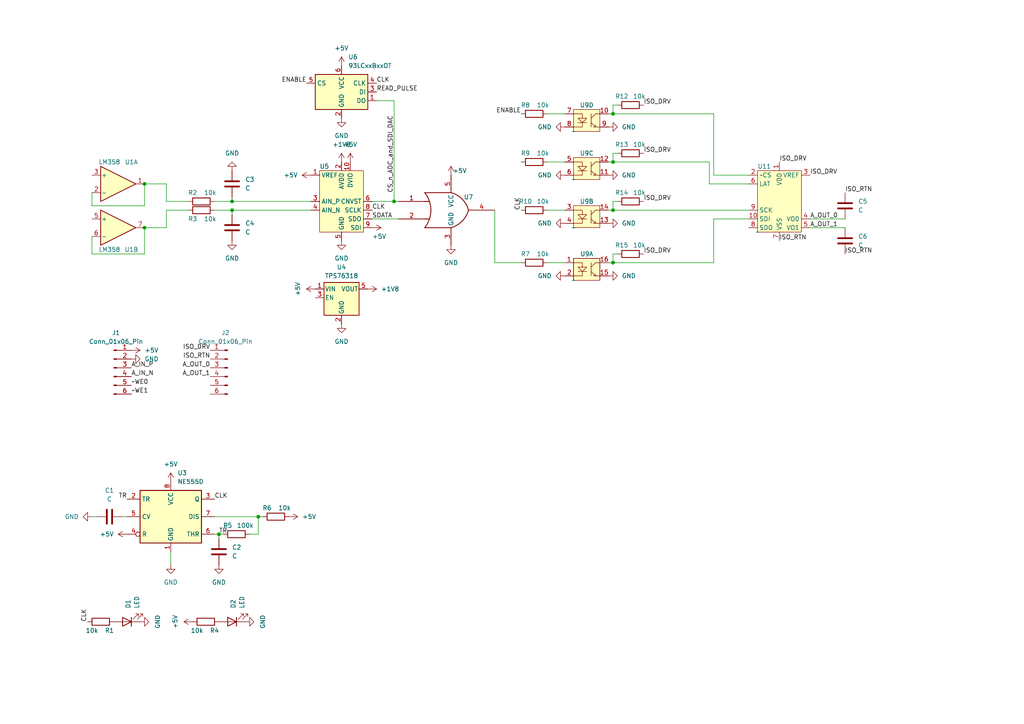
<source format=kicad_sch>
(kicad_sch (version 20230121) (generator eeschema)
  (paper "A4")
  (lib_symbols
    (symbol "74xGxx:74LVC1G32"
      (property "Reference" "U" (at -5.08 7.62 0))
      (property "Value" "74LVC1G32" (at 7.62 -7.62 0))
      (symbol "74LVC1G32_0_1"
        (arc (start -7.62 -5.08) (mid -5.838 0) (end -7.62 5.08) (stroke (width 0.254)))
        (arc (start 0 -5.08) (mid 3.1986 -3.2054) (end 5.08 0) (stroke (width 0.254)))
        (polyline (pts (xy -7.62 -2.54) (xy -6.35 -2.54)) (stroke (width 0.254)) (fill (type background)))
        (polyline (pts (xy -7.62 2.54) (xy -6.35 2.54)) (stroke (width 0.254)) (fill (type background)))
        (polyline (pts (xy 0 -5.08) (xy -7.62 -5.08)) (stroke (width 0.254)) (fill (type background)))
        (polyline (pts (xy 0 5.08) (xy -7.62 5.08)) (stroke (width 0.254)) (fill (type background)))
        (arc (start 5.08 0) (mid 3.2238 3.2304) (end 0 5.08) (stroke (width 0.254)))
      )
      (symbol "74LVC1G32_1_1"
        (pin input line (at -15.24 2.54 0) (length 7.62) (name "~") (number "1"))
        (pin input line (at -15.24 -2.54 0) (length 7.62) (name "~") (number "2"))
        (pin power_in line (at 0 -10.16 90) (length 5.08) (name "GND") (number "3"))
        (pin output line (at 12.7 0 180) (length 7.62) (name "~") (number "4"))
        (pin power_in line (at 0 10.16 270) (length 5.08) (name "VCC") (number "5"))
      )
    )
    (symbol "Amplifier_Operational:LM358" (pin_names (offset 0.127))
      (property "Reference" "U" (at 0 5.08 0))
      (property "Value" "LM358" (at 0 -5.08 0))
      (symbol "LM358_1_1"
        (polyline (pts (xy -5.08 5.08) (xy 5.08 0) (xy -5.08 -5.08) (xy -5.08 5.08)) (stroke (width 0.254)) (fill (type background)))
        (pin output line (at 7.62 0 180) (length 2.54) (name "~") (number "1"))
        (pin input line (at -7.62 -2.54 0) (length 2.54) (name "-") (number "2"))
        (pin input line (at -7.62 2.54 0) (length 2.54) (name "+") (number "3"))
      )
      (symbol "LM358_2_1"
        (polyline (pts (xy -5.08 5.08) (xy 5.08 0) (xy -5.08 -5.08) (xy -5.08 5.08)) (stroke (width 0.254)) (fill (type background)))
        (pin input line (at -7.62 2.54 0) (length 2.54) (name "+") (number "5"))
        (pin input line (at -7.62 -2.54 0) (length 2.54) (name "-") (number "6"))
        (pin output line (at 7.62 0 180) (length 2.54) (name "~") (number "7"))
      )
      (symbol "LM358_3_1"
        (pin power_in line (at -2.54 -7.62 90) (length 3.81) (name "V-") (number "4"))
        (pin power_in line (at -2.54 7.62 270) (length 3.81) (name "V+") (number "8"))
      )
    )
    (symbol "Connector:Conn_01x06_Pin" (pin_names (offset 1.016) hide)
      (property "Reference" "J" (at 0 7.62 0))
      (property "Value" "Conn_01x06_Pin" (at 0 -10.16 0))
      (symbol "Conn_01x06_Pin_1_1"
        (polyline (pts (xy 1.27 -7.62) (xy 0.8636 -7.62)) (stroke (width 0.1524)))
        (polyline (pts (xy 1.27 -5.08) (xy 0.8636 -5.08)) (stroke (width 0.1524)))
        (polyline (pts (xy 1.27 -2.54) (xy 0.8636 -2.54)) (stroke (width 0.1524)))
        (polyline (pts (xy 1.27 0) (xy 0.8636 0)) (stroke (width 0.1524)))
        (polyline (pts (xy 1.27 2.54) (xy 0.8636 2.54)) (stroke (width 0.1524)))
        (polyline (pts (xy 1.27 5.08) (xy 0.8636 5.08)) (stroke (width 0.1524)))
        (rectangle (start 0.8636 -7.493) (end 0 -7.747) (stroke (width 0.1524)) (fill (type outline)))
        (rectangle (start 0.8636 -4.953) (end 0 -5.207) (stroke (width 0.1524)) (fill (type outline)))
        (rectangle (start 0.8636 -2.413) (end 0 -2.667) (stroke (width 0.1524)) (fill (type outline)))
        (rectangle (start 0.8636 0.127) (end 0 -0.127) (stroke (width 0.1524)) (fill (type outline)))
        (rectangle (start 0.8636 2.667) (end 0 2.413) (stroke (width 0.1524)) (fill (type outline)))
        (rectangle (start 0.8636 5.207) (end 0 4.953) (stroke (width 0.1524)) (fill (type outline)))
        (pin passive line (at 5.08 5.08 180) (length 3.81) (name "Pin_1") (number "1"))
        (pin passive line (at 5.08 2.54 180) (length 3.81) (name "Pin_2") (number "2"))
        (pin passive line (at 5.08 0 180) (length 3.81) (name "Pin_3") (number "3"))
        (pin passive line (at 5.08 -2.54 180) (length 3.81) (name "Pin_4") (number "4"))
        (pin passive line (at 5.08 -5.08 180) (length 3.81) (name "Pin_5") (number "5"))
        (pin passive line (at 5.08 -7.62 180) (length 3.81) (name "Pin_6") (number "6"))
      )
    )
    (symbol "Device:C" (pin_numbers hide) (pin_names (offset 0.254))
      (property "Reference" "C" (at 0.635 2.54 0))
      (property "Value" "C" (at 0.635 -2.54 0))
      (symbol "C_0_1"
        (polyline (pts (xy -2.032 -0.762) (xy 2.032 -0.762)) (stroke (width 0.508)))
        (polyline (pts (xy -2.032 0.762) (xy 2.032 0.762)) (stroke (width 0.508)))
      )
      (symbol "C_1_1"
        (pin passive line (at 0 3.81 270) (length 2.794) (name "~") (number "1"))
        (pin passive line (at 0 -3.81 90) (length 2.794) (name "~") (number "2"))
      )
    )
    (symbol "Device:LED" (pin_numbers hide) (pin_names (offset 1.016) hide)
      (property "Reference" "D" (at 0 2.54 0))
      (property "Value" "LED" (at 0 -2.54 0))
      (symbol "LED_0_1"
        (polyline (pts (xy -1.27 -1.27) (xy -1.27 1.27)) (stroke (width 0.254)))
        (polyline (pts (xy -1.27 0) (xy 1.27 0)))
        (polyline (pts (xy 1.27 -1.27) (xy 1.27 1.27) (xy -1.27 0) (xy 1.27 -1.27)) (stroke (width 0.254)))
        (polyline (pts (xy -3.048 -0.762) (xy -4.572 -2.286) (xy -3.81 -2.286) (xy -4.572 -2.286) (xy -4.572 -1.524)))
        (polyline (pts (xy -1.778 -0.762) (xy -3.302 -2.286) (xy -2.54 -2.286) (xy -3.302 -2.286) (xy -3.302 -1.524)))
      )
      (symbol "LED_1_1"
        (pin passive line (at -3.81 0 0) (length 2.54) (name "K") (number "1"))
        (pin passive line (at 3.81 0 180) (length 2.54) (name "A") (number "2"))
      )
    )
    (symbol "Device:R" (pin_numbers hide) (pin_names (offset 0))
      (property "Reference" "R" (at 2.032 0 90))
      (property "Value" "R" (at 0 0 90))
      (symbol "R_0_1"
        (rectangle (start -1.016 -2.54) (end 1.016 2.54) (stroke (width 0.254)))
      )
      (symbol "R_1_1"
        (pin passive line (at 0 3.81 270) (length 1.27) (name "~") (number "1"))
        (pin passive line (at 0 -3.81 90) (length 1.27) (name "~") (number "2"))
      )
    )
    (symbol "Memory_EEPROM:93LCxxBxxOT"
      (property "Reference" "U" (at -6.35 6.35 0))
      (property "Value" "93LCxxBxxOT" (at 7.62 -6.35 0))
      (symbol "93LCxxBxxOT_0_1"
        (rectangle (start -7.62 5.08) (end 7.62 -5.08) (stroke (width 0.254)) (fill (type background)))
      )
      (symbol "93LCxxBxxOT_1_1"
        (pin tri_state line (at 10.16 -2.54 180) (length 2.54) (name "DO") (number "1"))
        (pin power_in line (at 0 -7.62 90) (length 2.54) (name "GND") (number "2"))
        (pin input line (at 10.16 0 180) (length 2.54) (name "DI") (number "3"))
        (pin input line (at 10.16 2.54 180) (length 2.54) (name "CLK") (number "4"))
        (pin input line (at -10.16 2.54 0) (length 2.54) (name "CS") (number "5"))
        (pin power_in line (at 0 7.62 270) (length 2.54) (name "VCC") (number "6"))
      )
    )
    (symbol "Regulator_Linear:TPS76318" (pin_names (offset 0.254))
      (property "Reference" "U" (at -3.81 5.715 0))
      (property "Value" "TPS76318" (at 0 5.715 0))
      (symbol "TPS76318_0_1"
        (rectangle (start -5.08 4.445) (end 5.08 -5.08) (stroke (width 0.254)) (fill (type background)))
      )
      (symbol "TPS76318_1_1"
        (pin power_in line (at -7.62 2.54 0) (length 2.54) (name "VIN") (number "1"))
        (pin power_in line (at 0 -7.62 90) (length 2.54) (name "GND") (number "2"))
        (pin input line (at -7.62 0 0) (length 2.54) (name "EN") (number "3"))
        (pin no_connect line (at 5.08 0 180) (length 2.54) hide (name "NC") (number "4"))
        (pin power_out line (at 7.62 2.54 180) (length 2.54) (name "VOUT") (number "5"))
      )
    )
    (symbol "Timer:NE555D"
      (property "Reference" "U" (at -10.16 8.89 0))
      (property "Value" "NE555D" (at 2.54 8.89 0))
      (symbol "NE555D_0_0"
        (pin power_in line (at 0 -10.16 90) (length 2.54) (name "GND") (number "1"))
        (pin power_in line (at 0 10.16 270) (length 2.54) (name "VCC") (number "8"))
      )
      (symbol "NE555D_0_1"
        (rectangle (start -8.89 -7.62) (end 8.89 7.62) (stroke (width 0.254)) (fill (type background)))
        (rectangle (start -8.89 -7.62) (end 8.89 7.62) (stroke (width 0.254)) (fill (type background)))
      )
      (symbol "NE555D_1_1"
        (pin input line (at -12.7 5.08 0) (length 3.81) (name "TR") (number "2"))
        (pin output line (at 12.7 5.08 180) (length 3.81) (name "Q") (number "3"))
        (pin input inverted (at -12.7 -5.08 0) (length 3.81) (name "R") (number "4"))
        (pin input line (at -12.7 0 0) (length 3.81) (name "CV") (number "5"))
        (pin input line (at 12.7 -5.08 180) (length 3.81) (name "THR") (number "6"))
        (pin input line (at 12.7 0 180) (length 3.81) (name "DIS") (number "7"))
      )
    )
    (symbol "my parts:MCP33141D"
      (property "Reference" "U" (at 0 0 0))
      (property "Value" "MCP33141D" (at 0 0 0))
      (symbol "MCP33141D_1_1"
        (rectangle (start 0 17.78) (end 12.7 0) (fill (type background)))
        (pin bidirectional line (at -2.54 16.51 0) (length 2.54) (name "VREF") (number "1"))
        (pin bidirectional line (at 8.89 20.32 270) (length 2.54) (name "DVIO") (number "10"))
        (pin bidirectional line (at 6.35 20.32 270) (length 2.54) (name "AVDD") (number "2"))
        (pin bidirectional line (at -2.54 8.89 0) (length 2.54) (name "AIN_P") (number "3"))
        (pin bidirectional line (at -2.54 6.35 0) (length 2.54) (name "AIN_N") (number "4"))
        (pin bidirectional line (at 6.35 -2.54 90) (length 2.54) (name "GND") (number "5"))
        (pin bidirectional line (at 15.24 8.89 180) (length 2.54) (name "CNVST") (number "6"))
        (pin bidirectional line (at 15.24 3.81 180) (length 2.54) (name "SDO") (number "7"))
        (pin bidirectional line (at 15.24 6.35 180) (length 2.54) (name "SCLK") (number "8"))
        (pin bidirectional line (at 15.24 1.27 180) (length 2.54) (name "SDI") (number "9"))
      )
    )
    (symbol "my parts:MCP48FEB02"
      (property "Reference" "U" (at 0 0 0))
      (symbol "MCP48FEB02_1_1"
        (rectangle (start 0 17.78) (end 12.7 0) (fill (type background)))
        (pin bidirectional line (at 6.35 20.32 270) (length 2.54) (name "VDD") (number "1"))
        (pin bidirectional line (at -2.54 3.81 0) (length 2.54) (name "SDI") (number "10"))
        (pin bidirectional line (at -2.54 16.51 0) (length 2.54) (name "~CS") (number "2"))
        (pin bidirectional line (at 15.24 16.51 180) (length 2.54) (name "VREF") (number "3"))
        (pin bidirectional line (at 15.24 3.81 180) (length 2.54) (name "VO0") (number "4"))
        (pin bidirectional line (at 15.24 1.27 180) (length 2.54) (name "VO1") (number "5"))
        (pin bidirectional line (at -2.54 13.97 0) (length 2.54) (name "LAT") (number "6"))
        (pin bidirectional line (at 6.35 -2.54 90) (length 2.54) (name "VSS") (number "7"))
        (pin bidirectional line (at -2.54 1.27 0) (length 2.54) (name "SDO") (number "8"))
        (pin bidirectional line (at -2.54 6.35 0) (length 2.54) (name "SCK") (number "9"))
      )
    )
    (symbol "my parts:PS2811-4"
      (property "Reference" "U" (at 1.27 7.62 0))
      (symbol "PS2811-4_0_1"
        (polyline (pts (xy 1.27 2.54) (xy 3.81 2.54)))
        (polyline (pts (xy 5.08 2.54) (xy 6.35 1.27)))
        (polyline (pts (xy 5.08 5.08) (xy 5.08 1.27)))
        (polyline (pts (xy 6.35 1.27) (xy 5.715 1.27)))
        (polyline (pts (xy 6.35 1.27) (xy 6.35 1.905)))
        (polyline (pts (xy 6.35 1.27) (xy 7.62 1.27)))
        (polyline (pts (xy 6.35 5.08) (xy 5.08 3.81)))
        (polyline (pts (xy 6.35 5.08) (xy 7.62 5.08)))
        (polyline (pts (xy 0 1.27) (xy 2.54 1.27) (xy 2.54 2.54)))
        (polyline (pts (xy 2.54 3.81) (xy 2.54 5.08) (xy 0 5.08)))
        (polyline (pts (xy 2.54 2.54) (xy 1.27 3.81) (xy 3.81 3.81) (xy 2.54 2.54)))
        (rectangle (start 0 6.35) (end 7.62 0) (fill (type background)))
      )
      (symbol "PS2811-4_1_1"
        (rectangle (start 0 6.35) (end 7.62 0))
        (pin bidirectional line (at -2.54 5.08 0) (length 2.54) (name "") (number "1"))
        (pin bidirectional line (at 10.16 1.27 180) (length 2.54) (name "") (number "15"))
        (pin bidirectional line (at 10.16 5.08 180) (length 2.54) (name "") (number "16"))
        (pin bidirectional line (at -2.54 1.27 0) (length 2.54) (name "") (number "2"))
      )
      (symbol "PS2811-4_2_1"
        (pin bidirectional line (at 10.16 1.27 180) (length 2.54) (name "") (number "13"))
        (pin bidirectional line (at 10.16 5.08 180) (length 2.54) (name "") (number "14"))
        (pin bidirectional line (at -2.54 5.08 0) (length 2.54) (name "") (number "3"))
        (pin bidirectional line (at -2.54 1.27 0) (length 2.54) (name "") (number "4"))
      )
      (symbol "PS2811-4_3_1"
        (pin bidirectional line (at 10.16 1.27 180) (length 2.54) (name "") (number "11"))
        (pin bidirectional line (at 10.16 5.08 180) (length 2.54) (name "") (number "12"))
        (pin bidirectional line (at -2.54 5.08 0) (length 2.54) (name "") (number "5"))
        (pin bidirectional line (at -2.54 1.27 0) (length 2.54) (name "") (number "6"))
      )
      (symbol "PS2811-4_4_1"
        (pin bidirectional line (at 10.16 5.08 180) (length 2.54) (name "") (number "10"))
        (pin bidirectional line (at -2.54 5.08 0) (length 2.54) (name "") (number "7"))
        (pin bidirectional line (at -2.54 1.27 0) (length 2.54) (name "") (number "8"))
        (pin bidirectional line (at 10.16 1.27 180) (length 2.54) (name "") (number "9"))
      )
    )
    (symbol "power:+1V8" (power) (pin_names (offset 0))
      (property "Value" "+1V8" (at 0 3.556 0))
      (symbol "+1V8_0_1"
        (polyline (pts (xy -0.762 1.27) (xy 0 2.54)))
        (polyline (pts (xy 0 0) (xy 0 2.54)))
        (polyline (pts (xy 0 2.54) (xy 0.762 1.27)))
      )
      (symbol "+1V8_1_1"
        (pin power_in line (at 0 0 90) (length 0) hide (name "+1V8") (number "1"))
      )
    )
    (symbol "power:+5V" (power) (pin_names (offset 0))
      (property "Value" "+5V" (at 0 3.556 0))
      (symbol "+5V_0_1"
        (polyline (pts (xy -0.762 1.27) (xy 0 2.54)))
        (polyline (pts (xy 0 0) (xy 0 2.54)))
        (polyline (pts (xy 0 2.54) (xy 0.762 1.27)))
      )
      (symbol "+5V_1_1"
        (pin power_in line (at 0 0 90) (length 0) hide (name "+5V") (number "1"))
      )
    )
    (symbol "power:GND" (power) (pin_names (offset 0))
      (property "Value" "GND" (at 0 -3.81 0))
      (symbol "GND_0_1"
        (polyline (pts (xy 0 0) (xy 0 -1.27) (xy 1.27 -1.27) (xy 0 -2.54) (xy -1.27 -1.27) (xy 0 -1.27)))
      )
      (symbol "GND_1_1"
        (pin power_in line (at 0 0 270) (length 0) hide (name "GND") (number "1"))
      )
    )
  )
  (junction (at 177.8 46.99))
  (junction (at 177.8 60.96))
  (junction (at 114.3 58.42))
  (junction (at 41.91 66.04))
  (junction (at 67.31 58.42))
  (junction (at 74.93 149.86))
  (junction (at 63.5 154.94))
  (junction (at 67.31 60.96))
  (junction (at 177.8 76.2))
  (junction (at 41.91 53.34))
  (junction (at 177.8 33.02))
  (wire (pts (xy 217.17 50.8) (xy 207.01 50.8)))
  (wire (pts (xy 62.23 60.96) (xy 67.31 60.96)))
  (wire (pts (xy 35.56 149.86) (xy 36.83 149.86)))
  (wire (pts (xy 26.67 68.58) (xy 26.67 73.66)))
  (wire (pts (xy 177.8 60.96) (xy 217.17 60.96)))
  (wire (pts (xy 62.23 58.42) (xy 67.31 58.42)))
  (wire (pts (xy 176.53 76.2) (xy 177.8 76.2)))
  (wire (pts (xy 63.5 154.94) (xy 62.23 154.94)))
  (wire (pts (xy 27.94 149.86) (xy 26.67 149.86)))
  (wire (pts (xy 48.26 58.42) (xy 54.61 58.42)))
  (wire (pts (xy 179.07 30.48) (xy 177.8 30.48)))
  (wire (pts (xy 48.26 66.04) (xy 48.26 60.96)))
  (wire (pts (xy 177.8 76.2) (xy 207.01 76.2)))
  (wire (pts (xy 177.8 30.48) (xy 177.8 33.02)))
  (wire (pts (xy 143.51 60.96) (xy 143.51 76.2)))
  (wire (pts (xy 62.23 149.86) (xy 74.93 149.86)))
  (wire (pts (xy 158.75 60.96) (xy 163.83 60.96)))
  (wire (pts (xy 41.91 66.04) (xy 48.26 66.04)))
  (wire (pts (xy 151.13 76.2) (xy 143.51 76.2)))
  (wire (pts (xy 26.67 59.69) (xy 41.91 59.69)))
  (wire (pts (xy 177.8 73.66) (xy 177.8 76.2)))
  (wire (pts (xy 74.93 154.94) (xy 72.39 154.94)))
  (wire (pts (xy 114.3 29.21) (xy 114.3 58.42)))
  (wire (pts (xy 179.07 73.66) (xy 177.8 73.66)))
  (wire (pts (xy 234.95 63.5) (xy 245.11 63.5)))
  (wire (pts (xy 74.93 149.86) (xy 76.2 149.86)))
  (wire (pts (xy 176.53 60.96) (xy 177.8 60.96)))
  (wire (pts (xy 48.26 53.34) (xy 48.26 58.42)))
  (wire (pts (xy 109.22 29.21) (xy 114.3 29.21)))
  (wire (pts (xy 177.8 46.99) (xy 205.74 46.99)))
  (wire (pts (xy 49.53 163.83) (xy 49.53 160.02)))
  (wire (pts (xy 176.53 46.99) (xy 177.8 46.99)))
  (wire (pts (xy 114.3 58.42) (xy 115.57 58.42)))
  (wire (pts (xy 158.75 76.2) (xy 163.83 76.2)))
  (wire (pts (xy 41.91 73.66) (xy 41.91 66.04)))
  (wire (pts (xy 67.31 60.96) (xy 67.31 62.23)))
  (wire (pts (xy 205.74 53.34) (xy 205.74 46.99)))
  (wire (pts (xy 74.93 149.86) (xy 74.93 154.94)))
  (wire (pts (xy 26.67 73.66) (xy 41.91 73.66)))
  (wire (pts (xy 158.75 46.99) (xy 163.83 46.99)))
  (wire (pts (xy 177.8 58.42) (xy 177.8 60.96)))
  (wire (pts (xy 67.31 58.42) (xy 90.17 58.42)))
  (wire (pts (xy 41.91 59.69) (xy 41.91 53.34)))
  (wire (pts (xy 234.95 66.04) (xy 245.11 66.04)))
  (wire (pts (xy 177.8 33.02) (xy 207.01 33.02)))
  (wire (pts (xy 207.01 50.8) (xy 207.01 33.02)))
  (wire (pts (xy 179.07 44.45) (xy 177.8 44.45)))
  (wire (pts (xy 107.95 63.5) (xy 115.57 63.5)))
  (wire (pts (xy 176.53 33.02) (xy 177.8 33.02)))
  (wire (pts (xy 48.26 60.96) (xy 54.61 60.96)))
  (wire (pts (xy 26.67 55.88) (xy 26.67 59.69)))
  (wire (pts (xy 67.31 60.96) (xy 90.17 60.96)))
  (wire (pts (xy 217.17 53.34) (xy 205.74 53.34)))
  (wire (pts (xy 107.95 58.42) (xy 114.3 58.42)))
  (wire (pts (xy 217.17 63.5) (xy 207.01 63.5)))
  (wire (pts (xy 67.31 57.15) (xy 67.31 58.42)))
  (wire (pts (xy 177.8 44.45) (xy 177.8 46.99)))
  (wire (pts (xy 207.01 63.5) (xy 207.01 76.2)))
  (wire (pts (xy 158.75 33.02) (xy 163.83 33.02)))
  (wire (pts (xy 179.07 58.42) (xy 177.8 58.42)))
  (wire (pts (xy 41.91 53.34) (xy 48.26 53.34)))
  (wire (pts (xy 63.5 154.94) (xy 63.5 156.21)))
  (wire (pts (xy 64.77 154.94) (xy 63.5 154.94)))
  (label "A_IN_N" (at 38.1 109.22 0))
  (label "CS_n_ADC_and_SDI_DAC" (at 114.3 55.88 90))
  (label "CLK" (at 62.23 144.78 0))
  (label "TR" (at 63.5 154.94 0))
  (label "CLK" (at 151.13 60.96 90))
  (label "A_OUT_0" (at 60.96 106.68 180))
  (label "ISO_DRV" (at 186.69 58.42 0))
  (label "A_OUT_0" (at 234.95 63.5 0))
  (label "A_OUT_1" (at 60.96 109.22 180))
  (label "CLK" (at 25.4 180.34 90))
  (label "ISO_RTN" (at 245.11 73.66 0))
  (label "ISO_RTN" (at 60.96 104.14 180))
  (label "ISO_DRV" (at 186.69 30.48 0))
  (label "A_OUT_1" (at 234.95 66.04 0))
  (label "TR" (at 36.83 144.78 180))
  (label "SDATA" (at 107.95 63.5 0))
  (label "A_IN_P" (at 38.1 106.68 0))
  (label "ISO_DRV" (at 234.95 50.8 0))
  (label "ISO_DRV" (at 60.96 101.6 180))
  (label "ISO_DRV" (at 186.69 44.45 0))
  (label "ISO_DRV" (at 226.06 46.99 0))
  (label "CLK" (at 109.22 24.13 0))
  (label "READ_PULSE" (at 109.22 26.67 0))
  (label "ISO_RTN" (at 245.11 55.88 0))
  (label "ENABLE" (at 88.9 24.13 180))
  (label "ISO_DRV" (at 186.69 73.66 0))
  (label "CLK" (at 107.95 60.96 0))
  (label "ENABLE" (at 151.13 33.02 180))
  (label "ISO_RTN" (at 226.06 69.85 0))
  (label "~WE0" (at 38.1 111.76 0))
  (label "~WE1" (at 38.1 114.3 0))
  (symbol (lib_id "power:GND") (at 40.64 180.34 90) (unit 1)
    (property "Reference" "#PWR03" (effects hide))
    (property "Value" "GND" (at 45.72 180.34 0))
  )
  (symbol (lib_id "my parts:PS2811-4") (at 166.37 66.04 0) (unit 2)
    (property "Reference" "U9" (at 170.18 58.42 0))
    (property "Value" "~" (at 166.37 66.04 0))
    (property "Footprint" "Package_SO:SOIC-16_4.55x10.3mm_P1.27mm" (effects hide))
  )
  (symbol (lib_id "Device:C") (at 245.11 59.69 180) (unit 1)
    (property "Reference" "C5" (at 248.92 58.42 0) (effects (justify right)))
    (property "Value" "C" (at 248.92 60.96 0) (effects (justify right)))
    (property "Footprint" "Capacitor_SMD:C_0603_1608Metric_Pad1.08x0.95mm_HandSolder" (effects hide))
  )
  (symbol (lib_id "power:GND") (at 176.53 80.01 90) (unit 1)
    (property "Reference" "#PWR043" (effects hide))
    (property "Value" "GND" (at 180.34 80.01 90) (effects (justify right)))
  )
  (symbol (lib_id "power:+5V") (at 83.82 149.86 270) (unit 1)
    (property "Reference" "#PWR011" (effects hide))
    (property "Value" "+5V" (at 87.63 149.86 90) (effects (justify left)))
  )
  (symbol (lib_id "power:+5V") (at 101.6 46.99 0) (unit 1)
    (property "Reference" "#PWR018" (effects hide))
    (property "Value" "+5V" (at 101.6 41.91 0))
  )
  (symbol (lib_id "power:+1V8") (at 99.06 46.99 0) (unit 1)
    (property "Reference" "#PWR015" (effects hide))
    (property "Value" "+1V8" (at 99.06 41.91 0))
  )
  (symbol (lib_id "Device:R") (at 154.94 46.99 90) (unit 1)
    (property "Reference" "R9" (at 152.4 44.45 90))
    (property "Value" "10k" (at 157.48 44.45 90))
    (property "Footprint" "Resistor_SMD:R_0603_1608Metric_Pad0.98x0.95mm_HandSolder" (effects hide))
  )
  (symbol (lib_id "Device:C") (at 63.5 160.02 0) (unit 1)
    (property "Reference" "C2" (at 67.31 158.75 0) (effects (justify left)))
    (property "Value" "C" (at 67.31 161.29 0) (effects (justify left)))
    (property "Footprint" "Capacitor_SMD:C_0603_1608Metric_Pad1.08x0.95mm_HandSolder" (effects hide))
  )
  (symbol (lib_id "74xGxx:74LVC1G32") (at 130.81 60.96 0) (unit 1)
    (property "Reference" "U7" (at 135.89 57.15 0))
    (property "Value" "74LVC1G32" (effects hide))
    (property "Footprint" "Package_TO_SOT_SMD:SOT-23-5_HandSoldering" (effects hide))
    (property "Datasheet" "http://www.ti.com/lit/sg/scyt129e/scyt129e.pdf" (effects hide))
  )
  (symbol (lib_id "my parts:PS2811-4") (at 166.37 52.07 0) (unit 3)
    (property "Reference" "U9" (at 170.18 44.45 0))
    (property "Value" "~" (at 166.37 52.07 0))
    (property "Footprint" "Package_SO:SOIC-16_4.55x10.3mm_P1.27mm" (effects hide))
  )
  (symbol (lib_id "power:GND") (at 71.12 180.34 90) (unit 1)
    (property "Reference" "#PWR010" (effects hide))
    (property "Value" "GND" (at 76.2 180.34 0))
  )
  (symbol (lib_id "power:GND") (at 176.53 64.77 90) (unit 1)
    (property "Reference" "#PWR042" (effects hide))
    (property "Value" "GND" (at 180.34 64.77 90) (effects (justify right)))
  )
  (symbol (lib_id "Device:C") (at 67.31 66.04 180) (unit 1)
    (property "Reference" "C4" (at 71.12 64.77 0) (effects (justify right)))
    (property "Value" "C" (at 71.12 67.31 0) (effects (justify right)))
    (property "Footprint" "Capacitor_SMD:C_0603_1608Metric_Pad1.08x0.95mm_HandSolder" (effects hide))
  )
  (symbol (lib_id "Regulator_Linear:TPS76318") (at 99.06 86.36 0) (unit 1)
    (property "Reference" "U4" (at 99.06 77.47 0))
    (property "Value" "TPS76318" (at 99.06 80.01 0))
    (property "Footprint" "Package_TO_SOT_SMD:SOT-23-5" (effects hide))
    (property "Datasheet" "http://www.ti.com/lit/ds/symlink/tps763.pdf" (effects hide))
  )
  (symbol (lib_id "Amplifier_Operational:LM358") (at 34.29 66.04 0) (unit 2)
    (property "Reference" "U1" (at 38.1 72.39 0))
    (property "Value" "LM358" (at 31.75 72.39 0))
    (property "Footprint" "Package_SO:SOIC-8_3.9x4.9mm_P1.27mm" (effects hide))
    (property "Datasheet" "http://www.ti.com/lit/ds/symlink/lm2904-n.pdf" (effects hide))
  )
  (symbol (lib_id "Device:R") (at 59.69 180.34 270) (unit 1)
    (property "Reference" "R4" (at 62.23 182.88 90))
    (property "Value" "10k" (at 57.15 182.88 90))
    (property "Footprint" "Resistor_SMD:R_0603_1608Metric_Pad0.98x0.95mm_HandSolder" (effects hide))
  )
  (symbol (lib_id "power:+5V") (at 90.17 50.8 90) (unit 1)
    (property "Reference" "#PWR013" (effects hide))
    (property "Value" "+5V" (at 86.36 50.8 90) (effects (justify left)))
  )
  (symbol (lib_id "power:+5V") (at 107.95 66.04 270) (unit 1)
    (property "Reference" "#PWR019" (effects hide))
    (property "Value" "+5V" (at 107.95 68.58 90) (effects (justify left)))
  )
  (symbol (lib_id "Device:R") (at 182.88 73.66 90) (unit 1)
    (property "Reference" "R15" (at 180.34 71.12 90))
    (property "Value" "10k" (at 185.42 71.12 90))
    (property "Footprint" "Resistor_SMD:R_0603_1608Metric_Pad0.98x0.95mm_HandSolder" (effects hide))
  )
  (symbol (lib_id "power:GND") (at 67.31 49.53 180) (unit 1)
    (property "Reference" "#PWR08" (effects hide))
    (property "Value" "GND" (at 67.31 44.45 0))
  )
  (symbol (lib_id "Connector:Conn_01x06_Pin") (at 33.02 106.68 0) (unit 1)
    (property "Reference" "J1" (at 33.655 96.52 0))
    (property "Value" "Conn_01x06_Pin" (at 33.655 99.06 0))
    (property "Footprint" "Connector_PinHeader_2.54mm:PinHeader_1x06_P2.54mm_Vertical" (effects hide))
  )
  (symbol (lib_id "my parts:PS2811-4") (at 166.37 38.1 0) (unit 4)
    (property "Reference" "U9" (at 170.18 30.48 0))
    (property "Value" "~" (at 166.37 38.1 0))
    (property "Footprint" "Package_SO:SOIC-16_4.55x10.3mm_P1.27mm" (effects hide))
  )
  (symbol (lib_id "power:+5V") (at 99.06 19.05 0) (unit 1)
    (property "Reference" "#PWR020" (effects hide))
    (property "Value" "+5V" (at 99.06 13.97 0))
  )
  (symbol (lib_id "Device:R") (at 154.94 76.2 90) (unit 1)
    (property "Reference" "R7" (at 152.4 73.66 90))
    (property "Value" "10k" (at 157.48 73.66 90))
    (property "Footprint" "Resistor_SMD:R_0603_1608Metric_Pad0.98x0.95mm_HandSolder" (effects hide))
  )
  (symbol (lib_id "power:+5V") (at 36.83 154.94 90) (unit 1)
    (property "Reference" "#PWR02" (effects hide))
    (property "Value" "+5V" (at 33.02 154.94 90) (effects (justify left)))
  )
  (symbol (lib_id "Device:R") (at 29.21 180.34 270) (unit 1)
    (property "Reference" "R1" (at 31.75 182.88 90))
    (property "Value" "10k" (at 26.67 182.88 90))
    (property "Footprint" "Resistor_SMD:R_0603_1608Metric_Pad0.98x0.95mm_HandSolder" (effects hide))
  )
  (symbol (lib_id "power:GND") (at 49.53 163.83 0) (unit 1)
    (property "Reference" "#PWR05" (effects hide))
    (property "Value" "GND" (at 49.53 168.91 0))
  )
  (symbol (lib_id "power:GND") (at 163.83 80.01 270) (unit 1)
    (property "Reference" "#PWR039" (effects hide))
    (property "Value" "GND" (at 160.02 80.01 90) (effects (justify right)))
  )
  (symbol (lib_id "power:GND") (at 99.06 93.98 0) (unit 1)
    (property "Reference" "#PWR014" (effects hide))
    (property "Value" "GND" (at 99.06 99.06 0))
  )
  (symbol (lib_id "Device:R") (at 182.88 58.42 90) (unit 1)
    (property "Reference" "R14" (at 180.34 55.88 90))
    (property "Value" "10k" (at 185.42 55.88 90))
    (property "Footprint" "Resistor_SMD:R_0603_1608Metric_Pad0.98x0.95mm_HandSolder" (effects hide))
  )
  (symbol (lib_id "Device:C") (at 67.31 53.34 180) (unit 1)
    (property "Reference" "C3" (at 71.12 52.07 0) (effects (justify right)))
    (property "Value" "C" (at 71.12 54.61 0) (effects (justify right)))
    (property "Footprint" "Capacitor_SMD:C_0603_1608Metric_Pad1.08x0.95mm_HandSolder" (effects hide))
  )
  (symbol (lib_id "Amplifier_Operational:LM358") (at 34.29 53.34 0) (unit 1)
    (property "Reference" "U1" (at 38.1 46.99 0))
    (property "Value" "LM358" (at 31.75 46.99 0))
    (property "Footprint" "Package_SO:SOIC-8_3.9x4.9mm_P1.27mm" (effects hide))
    (property "Datasheet" "http://www.ti.com/lit/ds/symlink/lm2904-n.pdf" (effects hide))
  )
  (symbol (lib_id "Device:R") (at 68.58 154.94 90) (unit 1)
    (property "Reference" "R5" (at 66.04 152.4 90))
    (property "Value" "100k" (at 71.12 152.4 90))
    (property "Footprint" "Resistor_SMD:R_0603_1608Metric_Pad0.98x0.95mm_HandSolder" (effects hide))
  )
  (symbol (lib_id "power:+5V") (at 91.44 83.82 90) (unit 1)
    (property "Reference" "#PWR012" (effects hide))
    (property "Value" "+5V" (at 86.36 83.82 0))
  )
  (symbol (lib_id "Device:R") (at 182.88 44.45 90) (unit 1)
    (property "Reference" "R13" (at 180.34 41.91 90))
    (property "Value" "10k" (at 185.42 41.91 90))
    (property "Footprint" "Resistor_SMD:R_0603_1608Metric_Pad0.98x0.95mm_HandSolder" (effects hide))
  )
  (symbol (lib_id "power:GND") (at 26.67 149.86 270) (unit 1)
    (property "Reference" "#PWR01" (effects hide))
    (property "Value" "GND" (at 22.86 149.86 90) (effects (justify right)))
  )
  (symbol (lib_id "Memory_EEPROM:93LCxxBxxOT") (at 99.06 26.67 0) (unit 1)
    (property "Reference" "U6" (at 101.0159 16.51 0) (effects (justify left)))
    (property "Value" "93LCxxBxxOT" (at 101.0159 19.05 0) (effects (justify left)))
    (property "Footprint" "Package_TO_SOT_SMD:SOT-23-6" (effects hide))
    (property "Datasheet" "http://ww1.microchip.com/downloads/en/DeviceDoc/20001749K.pdf" (effects hide))
  )
  (symbol (lib_id "my parts:PS2811-4") (at 166.37 81.28 0) (unit 1)
    (property "Reference" "U9" (at 170.18 73.66 0))
    (property "Value" "~" (at 166.37 81.28 0))
    (property "Footprint" "Package_SO:SOIC-16_4.55x10.3mm_P1.27mm" (effects hide))
  )
  (symbol (lib_id "Device:LED") (at 36.83 180.34 180) (unit 1)
    (property "Reference" "D1" (at 37.1475 176.53 90) (effects (justify right)))
    (property "Value" "LED" (at 39.6875 176.53 90) (effects (justify right)))
    (property "Footprint" "LED_SMD:LED_0603_1608Metric_Pad1.05x0.95mm_HandSolder" (effects hide))
  )
  (symbol (lib_id "Device:R") (at 58.42 58.42 90) (unit 1)
    (property "Reference" "R2" (at 55.88 55.88 90))
    (property "Value" "10k" (at 60.96 55.88 90))
    (property "Footprint" "Resistor_SMD:R_0603_1608Metric_Pad0.98x0.95mm_HandSolder" (effects hide))
  )
  (symbol (lib_id "power:GND") (at 99.06 69.85 0) (unit 1)
    (property "Reference" "#PWR016" (effects hide))
    (property "Value" "GND" (at 99.06 74.93 0))
  )
  (symbol (lib_id "Timer:NE555D") (at 49.53 149.86 0) (unit 1)
    (property "Reference" "U3" (at 51.4859 137.16 0) (effects (justify left)))
    (property "Value" "NE555D" (at 51.4859 139.7 0) (effects (justify left)))
    (property "Footprint" "Package_SO:SOIC-8_3.9x4.9mm_P1.27mm" (effects hide))
    (property "Datasheet" "http://www.ti.com/lit/ds/symlink/ne555.pdf" (effects hide))
  )
  (symbol (lib_id "Device:C") (at 245.11 69.85 180) (unit 1)
    (property "Reference" "C6" (at 248.92 68.58 0) (effects (justify right)))
    (property "Value" "C" (at 248.92 71.12 0) (effects (justify right)))
    (property "Footprint" "Capacitor_SMD:C_0603_1608Metric_Pad1.08x0.95mm_HandSolder" (effects hide))
  )
  (symbol (lib_id "power:GND") (at 176.53 50.8 90) (unit 1)
    (property "Reference" "#PWR041" (effects hide))
    (property "Value" "GND" (at 180.34 50.8 90) (effects (justify right)))
  )
  (symbol (lib_id "power:+5V") (at 38.1 101.6 270) (unit 1)
    (property "Reference" "#PWR022" (effects hide))
    (property "Value" "+5V" (at 41.91 101.6 90) (effects (justify left)))
  )
  (symbol (lib_id "power:+5V") (at 55.88 180.34 90) (unit 1)
    (property "Reference" "#PWR06" (effects hide))
    (property "Value" "+5V" (at 50.8 180.34 0))
  )
  (symbol (lib_id "power:GND") (at 163.83 64.77 270) (unit 1)
    (property "Reference" "#PWR038" (effects hide))
    (property "Value" "GND" (at 160.02 64.77 90) (effects (justify right)))
  )
  (symbol (lib_id "power:GND") (at 163.83 50.8 270) (unit 1)
    (property "Reference" "#PWR037" (effects hide))
    (property "Value" "GND" (at 160.02 50.8 90) (effects (justify right)))
  )
  (symbol (lib_id "my parts:MCP33141D") (at 92.71 67.31 0) (unit 1)
    (property "Reference" "U5" (at 92.71 48.26 0) (effects (justify left)))
    (property "Value" "MCP33141D" (effects hide))
    (property "Footprint" "Package_SO:MSOP-10_3x3mm_P0.5mm" (effects hide))
  )
  (symbol (lib_id "power:GND") (at 63.5 163.83 0) (unit 1)
    (property "Reference" "#PWR07" (effects hide))
    (property "Value" "GND" (at 63.5 168.91 0))
  )
  (symbol (lib_id "Device:R") (at 182.88 30.48 90) (unit 1)
    (property "Reference" "R12" (at 180.34 27.94 90))
    (property "Value" "10k" (at 185.42 27.94 90))
    (property "Footprint" "Resistor_SMD:R_0603_1608Metric_Pad0.98x0.95mm_HandSolder" (effects hide))
  )
  (symbol (lib_id "power:GND") (at 67.31 69.85 0) (unit 1)
    (property "Reference" "#PWR09" (effects hide))
    (property "Value" "GND" (at 67.31 74.93 0))
  )
  (symbol (lib_id "power:GND") (at 130.81 71.12 0) (unit 1)
    (property "Reference" "#PWR025" (effects hide))
    (property "Value" "GND" (at 130.81 76.2 0))
  )
  (symbol (lib_id "power:GND") (at 38.1 104.14 90) (unit 1)
    (property "Reference" "#PWR023" (effects hide))
    (property "Value" "GND" (at 41.91 104.14 90) (effects (justify right)))
  )
  (symbol (lib_id "Connector:Conn_01x06_Pin") (at 66.04 106.68 0) (mirror y) (unit 1)
    (property "Reference" "J2" (at 65.405 96.52 0))
    (property "Value" "Conn_01x06_Pin" (at 65.405 99.06 0))
    (property "Footprint" "Connector_PinHeader_2.54mm:PinHeader_1x06_P2.54mm_Vertical" (effects hide))
  )
  (symbol (lib_id "Device:R") (at 58.42 60.96 90) (unit 1)
    (property "Reference" "R3" (at 55.88 63.5 90))
    (property "Value" "10k" (at 60.96 63.5 90))
    (property "Footprint" "Resistor_SMD:R_0603_1608Metric_Pad0.98x0.95mm_HandSolder" (effects hide))
  )
  (symbol (lib_id "Device:R") (at 154.94 60.96 90) (unit 1)
    (property "Reference" "R10" (at 152.4 58.42 90))
    (property "Value" "10k" (at 157.48 58.42 90))
    (property "Footprint" "Resistor_SMD:R_0603_1608Metric_Pad0.98x0.95mm_HandSolder" (effects hide))
  )
  (symbol (lib_id "power:+5V") (at 49.53 139.7 0) (unit 1)
    (property "Reference" "#PWR04" (effects hide))
    (property "Value" "+5V" (at 49.53 134.62 0))
  )
  (symbol (lib_id "power:GND") (at 99.06 34.29 0) (unit 1)
    (property "Reference" "#PWR021" (effects hide))
    (property "Value" "GND" (at 99.06 39.37 0))
  )
  (symbol (lib_id "Device:C") (at 31.75 149.86 90) (unit 1)
    (property "Reference" "C1" (at 31.75 142.24 90))
    (property "Value" "C" (at 31.75 144.78 90))
    (property "Footprint" "Capacitor_SMD:C_0603_1608Metric_Pad1.08x0.95mm_HandSolder" (effects hide))
  )
  (symbol (lib_id "Device:R") (at 154.94 33.02 90) (unit 1)
    (property "Reference" "R8" (at 152.4 30.48 90))
    (property "Value" "10k" (at 157.48 30.48 90))
    (property "Footprint" "Resistor_SMD:R_0603_1608Metric_Pad0.98x0.95mm_HandSolder" (effects hide))
  )
  (symbol (lib_id "my parts:MCP48FEB02") (at 219.71 67.31 0) (unit 1)
    (property "Reference" "U11" (at 219.71 48.26 0) (effects (justify left)))
    (property "Value" "~" (at 219.71 67.31 0))
    (property "Footprint" "Package_SO:MSOP-10_3x3mm_P0.5mm" (effects hide))
  )
  (symbol (lib_id "power:+1V8") (at 106.68 83.82 270) (unit 1)
    (property "Reference" "#PWR017" (effects hide))
    (property "Value" "+1V8" (at 110.49 83.82 90) (effects (justify left)))
  )
  (symbol (lib_id "power:+5V") (at 130.81 50.8 0) (unit 1)
    (property "Reference" "#PWR024" (effects hide))
    (property "Value" "+5V" (at 133.35 49.53 0))
  )
  (symbol (lib_id "power:GND") (at 163.83 36.83 270) (unit 1)
    (property "Reference" "#PWR036" (effects hide))
    (property "Value" "GND" (at 160.02 36.83 90) (effects (justify right)))
  )
  (symbol (lib_id "Device:R") (at 80.01 149.86 90) (unit 1)
    (property "Reference" "R6" (at 77.47 147.32 90))
    (property "Value" "10k" (at 82.55 147.32 90))
    (property "Footprint" "Resistor_SMD:R_0603_1608Metric_Pad0.98x0.95mm_HandSolder" (effects hide))
  )
  (symbol (lib_id "Device:LED") (at 67.31 180.34 180) (unit 1)
    (property "Reference" "D2" (at 67.6275 176.53 90) (effects (justify right)))
    (property "Value" "LED" (at 70.1675 176.53 90) (effects (justify right)))
    (property "Footprint" "LED_SMD:LED_0603_1608Metric_Pad1.05x0.95mm_HandSolder" (effects hide))
  )
  (symbol (lib_id "power:GND") (at 176.53 36.83 90) (unit 1)
    (property "Reference" "#PWR040" (effects hide))
    (property "Value" "GND" (at 180.34 36.83 90) (effects (justify right)))
  )
)
</source>
